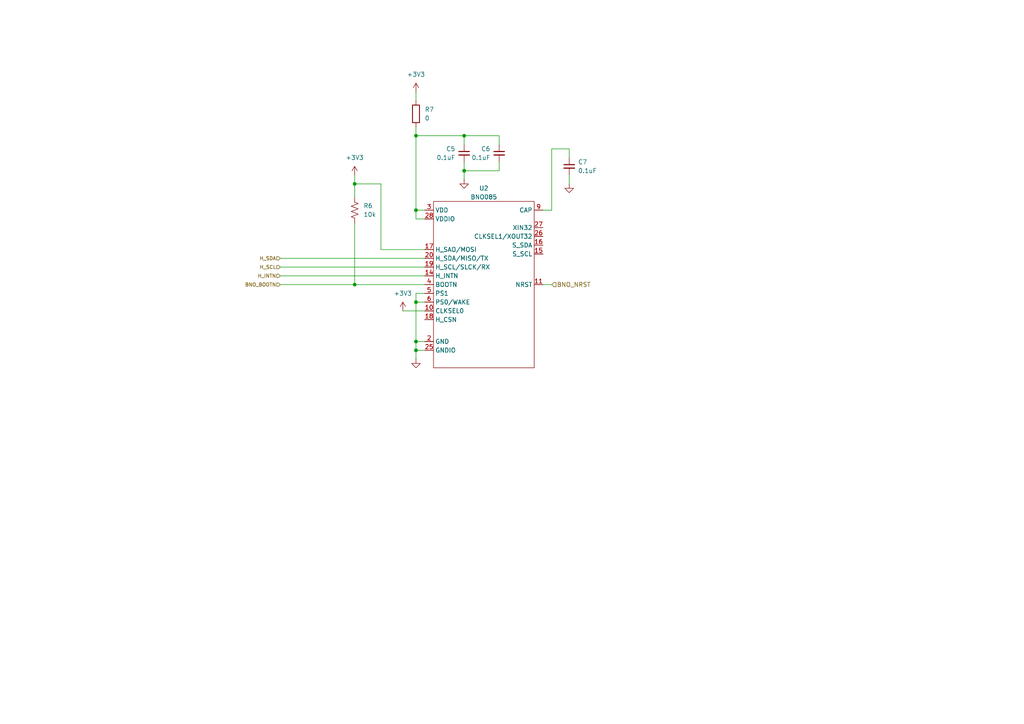
<source format=kicad_sch>
(kicad_sch (version 20231120) (generator "eeschema") (generator_version "8.0")
  (paper "A4")
  (lib_symbols
    (symbol "Device:C_Small" (pin_numbers hide) (pin_names (offset 0.254) hide)
      (property "Reference" "C" (at 0.254 1.778 0))
      (property "Value" "C_Small" (at 0.254 -2.032 0))
      (symbol "C_Small_0_1"
        (polyline (pts (xy -1.524 -0.508) (xy 1.524 -0.508)) (stroke (width 0.3302)))
        (polyline (pts (xy -1.524 0.508) (xy 1.524 0.508)) (stroke (width 0.3048)))
      )
      (symbol "C_Small_1_1"
        (pin passive line (at 0 2.54 270) (length 2.032) (name "~") (number "1"))
        (pin passive line (at 0 -2.54 90) (length 2.032) (name "~") (number "2"))
      )
    )
    (symbol "Device:R" (pin_numbers hide) (pin_names (offset 0))
      (property "Reference" "R" (at 2.032 0 90))
      (property "Value" "R" (at 0 0 90))
      (symbol "R_0_1"
        (rectangle (start -1.016 -2.54) (end 1.016 2.54) (stroke (width 0.254)))
      )
      (symbol "R_1_1"
        (pin passive line (at 0 3.81 270) (length 1.27) (name "~") (number "1"))
        (pin passive line (at 0 -3.81 90) (length 1.27) (name "~") (number "2"))
      )
    )
    (symbol "Device:R_US" (pin_numbers hide) (pin_names (offset 0))
      (property "Reference" "R" (at 2.54 0 90))
      (property "Value" "R_US" (at -2.54 0 90))
      (symbol "R_US_0_1"
        (polyline (pts (xy 0 -2.286) (xy 0 -2.54)))
        (polyline (pts (xy 0 2.286) (xy 0 2.54)))
        (polyline (pts (xy 0 -0.762) (xy 1.016 -1.143) (xy 0 -1.524) (xy -1.016 -1.905) (xy 0 -2.286)))
        (polyline (pts (xy 0 0.762) (xy 1.016 0.381) (xy 0 0) (xy -1.016 -0.381) (xy 0 -0.762)))
        (polyline (pts (xy 0 2.286) (xy 1.016 1.905) (xy 0 1.524) (xy -1.016 1.143) (xy 0 0.762)))
      )
      (symbol "R_US_1_1"
        (pin passive line (at 0 3.81 270) (length 1.27) (name "~") (number "1"))
        (pin passive line (at 0 -3.81 90) (length 1.27) (name "~") (number "2"))
      )
    )
    (symbol "Project:BNO086"
      (property "Reference" "U6" (at 18.415 2.54 0))
      (property "Value" "~" (at 18.415 0 0))
      (symbol "BNO086_0_1"
        (rectangle (start 3.81 -1.27) (end 33.02 -49.53))
      )
      (symbol "BNO086_1_1"
        (pin input line (at 1.27 -33.02 0) (length 2.54) (name "CLKSEL0") (number "10"))
        (pin input line (at 35.56 -25.4 180) (length 2.54) (name "NRST") (number "11"))
        (pin output line (at 1.27 -22.86 0) (length 2.54) (name "H_INTN") (number "14"))
        (pin bidirectional line (at 35.56 -16.51 180) (length 2.54) (name "S_SCL") (number "15"))
        (pin bidirectional line (at 35.56 -13.97 180) (length 2.54) (name "S_SDA") (number "16"))
        (pin input line (at 1.27 -15.24 0) (length 2.54) (name "H_SAO/MOSI") (number "17"))
        (pin input line (at 1.27 -35.56 0) (length 2.54) (name "H_CSN") (number "18"))
        (pin bidirectional line (at 1.27 -20.32 0) (length 2.54) (name "H_SCL/SLCK/RX") (number "19"))
        (pin input line (at 1.27 -41.91 0) (length 2.54) (name "GND") (number "2"))
        (pin bidirectional line (at 1.27 -17.78 0) (length 2.54) (name "H_SDA/MISO/TX") (number "20"))
        (pin input line (at 1.27 -44.45 0) (length 2.54) (name "GNDIO") (number "25"))
        (pin output line (at 35.56 -11.43 180) (length 2.54) (name "CLKSEL1/XOUT32") (number "26"))
        (pin input line (at 35.56 -8.89 180) (length 2.54) (name "XIN32") (number "27"))
        (pin input line (at 1.27 -6.35 0) (length 2.54) (name "VDDIO") (number "28"))
        (pin input line (at 1.27 -3.81 0) (length 2.54) (name "VDD") (number "3"))
        (pin input line (at 1.27 -25.4 0) (length 2.54) (name "BOOTN") (number "4"))
        (pin input line (at 1.27 -27.94 0) (length 2.54) (name "PS1") (number "5"))
        (pin input line (at 1.27 -30.48 0) (length 2.54) (name "PS0/WAKE") (number "6"))
        (pin input line (at 35.56 -3.81 180) (length 2.54) (name "CAP") (number "9"))
      )
    )
    (symbol "power:+3V3" (power) (pin_numbers hide) (pin_names (offset 0) hide)
      (property "Value" "+3V3" (at 0 3.556 0))
      (symbol "+3V3_0_1"
        (polyline (pts (xy -0.762 1.27) (xy 0 2.54)))
        (polyline (pts (xy 0 0) (xy 0 2.54)))
        (polyline (pts (xy 0 2.54) (xy 0.762 1.27)))
      )
      (symbol "+3V3_1_1"
        (pin power_in line (at 0 0 90) (length 0) (name "~") (number "1"))
      )
    )
    (symbol "power:GND" (power) (pin_numbers hide) (pin_names (offset 0) hide)
      (property "Value" "GND" (at 0 -3.81 0))
      (symbol "GND_0_1"
        (polyline (pts (xy 0 0) (xy 0 -1.27) (xy 1.27 -1.27) (xy 0 -2.54) (xy -1.27 -1.27) (xy 0 -1.27)))
      )
      (symbol "GND_1_1"
        (pin power_in line (at 0 0 270) (length 0) (name "~") (number "1"))
      )
    )
  )
  (junction (at 120.65 101.6))
  (junction (at 102.87 53.34))
  (junction (at 120.65 99.06))
  (junction (at 120.65 39.37))
  (junction (at 102.87 82.55))
  (junction (at 134.62 39.37))
  (junction (at 134.62 49.53))
  (junction (at 120.65 87.63))
  (junction (at 120.65 60.96))
  (wire (pts (xy 120.65 60.96) (xy 120.65 63.5)))
  (wire (pts (xy 134.62 41.91) (xy 134.62 39.37)))
  (wire (pts (xy 123.19 87.63) (xy 120.65 87.63)))
  (wire (pts (xy 81.28 80.01) (xy 123.19 80.01)))
  (wire (pts (xy 123.19 60.96) (xy 120.65 60.96)))
  (wire (pts (xy 116.84 90.17) (xy 123.19 90.17)))
  (wire (pts (xy 160.02 43.18) (xy 165.1 43.18)))
  (wire (pts (xy 134.62 39.37) (xy 120.65 39.37)))
  (wire (pts (xy 134.62 49.53) (xy 134.62 46.99)))
  (wire (pts (xy 160.02 60.96) (xy 160.02 43.18)))
  (wire (pts (xy 165.1 50.8) (xy 165.1 53.34)))
  (wire (pts (xy 123.19 99.06) (xy 120.65 99.06)))
  (wire (pts (xy 120.65 85.09) (xy 120.65 87.63)))
  (wire (pts (xy 157.48 60.96) (xy 160.02 60.96)))
  (wire (pts (xy 110.49 72.39) (xy 123.19 72.39)))
  (wire (pts (xy 134.62 49.53) (xy 144.78 49.53)))
  (wire (pts (xy 120.65 36.83) (xy 120.65 39.37)))
  (wire (pts (xy 102.87 64.77) (xy 102.87 82.55)))
  (wire (pts (xy 120.65 39.37) (xy 120.65 60.96)))
  (wire (pts (xy 123.19 101.6) (xy 120.65 101.6)))
  (wire (pts (xy 102.87 53.34) (xy 102.87 57.15)))
  (wire (pts (xy 144.78 49.53) (xy 144.78 46.99)))
  (wire (pts (xy 144.78 39.37) (xy 134.62 39.37)))
  (wire (pts (xy 144.78 41.91) (xy 144.78 39.37)))
  (wire (pts (xy 110.49 53.34) (xy 102.87 53.34)))
  (wire (pts (xy 81.28 82.55) (xy 102.87 82.55)))
  (wire (pts (xy 81.28 77.47) (xy 123.19 77.47)))
  (wire (pts (xy 120.65 63.5) (xy 123.19 63.5)))
  (wire (pts (xy 165.1 45.72) (xy 165.1 43.18)))
  (wire (pts (xy 120.65 99.06) (xy 120.65 101.6)))
  (wire (pts (xy 102.87 82.55) (xy 123.19 82.55)))
  (wire (pts (xy 157.48 82.55) (xy 160.02 82.55)))
  (wire (pts (xy 134.62 52.07) (xy 134.62 49.53)))
  (wire (pts (xy 120.65 87.63) (xy 120.65 99.06)))
  (wire (pts (xy 123.19 85.09) (xy 120.65 85.09)))
  (wire (pts (xy 110.49 72.39) (xy 110.49 53.34)))
  (wire (pts (xy 120.65 101.6) (xy 120.65 104.14)))
  (wire (pts (xy 81.28 74.93) (xy 123.19 74.93)))
  (wire (pts (xy 120.65 26.67) (xy 120.65 29.21)))
  (wire (pts (xy 102.87 50.8) (xy 102.87 53.34)))
  (hierarchical_label "BNO_NRST" (shape input) (at 160.02 82.55 0))
  (hierarchical_label "BNO_BOOTN" (shape input) (at 81.28 82.55 180) (effects (font (size 1.016 1.016))))
  (hierarchical_label "H_SDA" (shape input) (at 81.28 74.93 180) (effects (font (size 1.016 1.016))))
  (hierarchical_label "H_SCL" (shape input) (at 81.28 77.47 180) (effects (font (size 1.016 1.016))))
  (hierarchical_label "H_INTN" (shape input) (at 81.28 80.01 180) (effects (font (size 1.016 1.016))))
  (symbol (lib_id "Device:R") (at 120.65 33.02 0) (unit 1)
    (property "Reference" "R7" (at 123.19 31.7499 0) (effects (justify left)))
    (property "Value" "0" (at 123.19 34.2899 0) (effects (justify left)))
    (property "Footprint" "Resistor_SMD:R_0805_2012Metric" (effects (hide yes)))
    (property "Description" "Resistor" (effects (hide yes)))
  )
  (symbol (lib_id "power:GND") (at 120.65 104.14 0) (unit 1)
    (property "Reference" "#PWR018" (effects (hide yes)))
    (property "Value" "GND" (effects (hide yes)))
    (property "Description" "Power symbol creates a global label with name \"GND\" , ground" (effects (hide yes)))
  )
  (symbol (lib_id "Project:BNO086") (at 121.92 57.15 0) (unit 1)
    (property "Reference" "U2" (at 140.335 54.61 0))
    (property "Value" "BNO085" (at 140.335 57.15 0))
  )
  (symbol (lib_id "power:+3V3") (at 120.65 26.67 0) (unit 1)
    (property "Reference" "#PWR017" (effects (hide yes)))
    (property "Value" "+3V3" (at 120.65 21.59 0))
    (property "Description" "Power symbol creates a global label with name \"+3V3\"" (effects (hide yes)))
  )
  (symbol (lib_id "power:+3V3") (at 102.87 50.8 0) (unit 1)
    (property "Reference" "#PWR015" (effects (hide yes)))
    (property "Value" "+3V3" (at 102.87 45.72 0))
    (property "Description" "Power symbol creates a global label with name \"+3V3\"" (effects (hide yes)))
  )
  (symbol (lib_id "Device:R_US") (at 102.87 60.96 0) (unit 1)
    (property "Reference" "R6" (at 105.41 59.6899 0) (effects (justify left)))
    (property "Value" "10k" (at 105.41 62.2299 0) (effects (justify left)))
    (property "Footprint" "Resistor_SMD:R_0805_2012Metric" (effects (hide yes)))
    (property "Description" "Resistor, US symbol" (effects (hide yes)))
  )
  (symbol (lib_id "power:+3V3") (at 116.84 90.17 0) (unit 1)
    (property "Reference" "#PWR016" (effects (hide yes)))
    (property "Value" "+3V3" (at 116.84 85.09 0))
    (property "Description" "Power symbol creates a global label with name \"+3V3\"" (effects (hide yes)))
  )
  (symbol (lib_id "Device:C_Small") (at 144.78 44.45 0) (mirror y) (unit 1)
    (property "Reference" "C6" (at 142.24 43.1862 0) (effects (justify left)))
    (property "Value" "0.1uF" (at 142.24 45.7262 0) (effects (justify left)))
    (property "Footprint" "Capacitor_SMD:C_0805_2012Metric" (effects (hide yes)))
    (property "Description" "Unpolarized capacitor, small symbol" (effects (hide yes)))
  )
  (symbol (lib_id "power:GND") (at 165.1 53.34 0) (mirror y) (unit 1)
    (property "Reference" "#PWR020" (effects (hide yes)))
    (property "Value" "GND" (effects (hide yes)))
    (property "Description" "Power symbol creates a global label with name \"GND\" , ground" (effects (hide yes)))
  )
  (symbol (lib_id "Device:C_Small") (at 165.1 48.26 0) (unit 1)
    (property "Reference" "C7" (at 167.64 46.9962 0) (effects (justify left)))
    (property "Value" "0.1uF" (at 167.64 49.5362 0) (effects (justify left)))
    (property "Footprint" "Capacitor_SMD:C_0805_2012Metric" (effects (hide yes)))
    (property "Description" "Unpolarized capacitor, small symbol" (effects (hide yes)))
  )
  (symbol (lib_id "power:GND") (at 134.62 52.07 0) (mirror y) (unit 1)
    (property "Reference" "#PWR019" (effects (hide yes)))
    (property "Value" "GND" (effects (hide yes)))
    (property "Description" "Power symbol creates a global label with name \"GND\" , ground" (effects (hide yes)))
  )
  (symbol (lib_id "Device:C_Small") (at 134.62 44.45 0) (mirror y) (unit 1)
    (property "Reference" "C5" (at 132.08 43.1862 0) (effects (justify left)))
    (property "Value" "0.1uF" (at 132.08 45.7262 0) (effects (justify left)))
    (property "Footprint" "Capacitor_SMD:C_0805_2012Metric" (effects (hide yes)))
    (property "Description" "Unpolarized capacitor, small symbol" (effects (hide yes)))
  )
)
</source>
